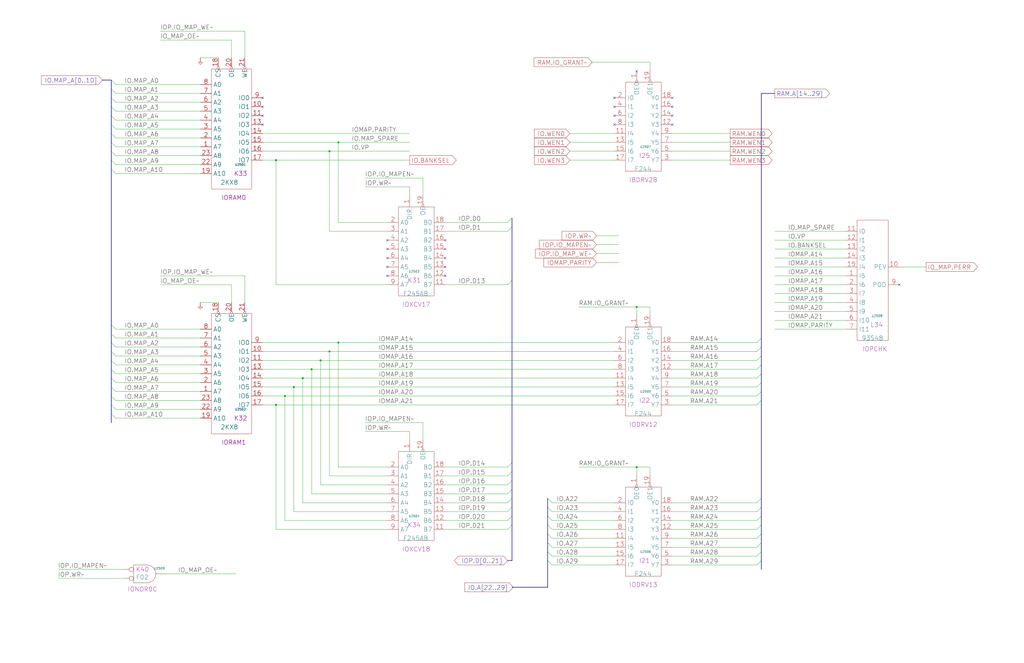
<source format=kicad_sch>
(kicad_sch (version 20211123) (generator eeschema)
  (paper "User" 584.2 378.46)
  (title_block (title "IO BUS\\nMAP") (date "22-SEP-90") (rev "2.0") (comment 1 "IOC") (comment 2 "232-003061") (comment 3 "S400") (comment 4 "RELEASED"))
  (lib_symbols
    (symbol "r1000:2KX8" (pin_names (offset 1.016))
      (property "Reference" "U" (at 2.54 5.08 0))
      (property "Value" "2KX8" (at -8.89 -5.08 0))
      (property "Location" "___" (at -1.27 0 0))
      (property "Name" "______" (at -1.27 -15.24 0))
      (symbol "2KX8_1_1"
        (rectangle (start -13.97 59.69) (end 8.89 -8.89))
        (circle (center -10.16 60.325) (radius 0.635))
        (circle (center -2.54 60.325) (radius 0.635))
        (circle (center 5.08 60.325) (radius 0.635))
        (pin input line (at -20.32 15.24 0) (length 6.35) (name "A7") (number "1"))
        (pin tri_state line (at 15.24 38.1 180) (length 6.35) (name "IO1") (number "10"))
        (pin tri_state line (at 15.24 33.02 180) (length 6.35) (name "IO2") (number "11"))
        (pin tri_state line (at 15.24 27.94 180) (length 6.35) (name "IO3") (number "13"))
        (pin tri_state line (at 15.24 22.86 180) (length 6.35) (name "IO4") (number "14"))
        (pin tri_state line (at 15.24 17.78 180) (length 6.35) (name "IO5") (number "15"))
        (pin tri_state line (at 15.24 12.7 180) (length 6.35) (name "IO6") (number "16"))
        (pin tri_state line (at 15.24 7.62 180) (length 6.35) (name "IO7") (number "17"))
        (pin input line (at -10.16 66.04 270) (length 5.08) (name "CS") (number "18"))
        (pin input line (at -20.32 0 0) (length 6.35) (name "A10") (number "19"))
        (pin input line (at -20.32 20.32 0) (length 6.35) (name "A6") (number "2"))
        (pin input line (at -2.54 66.04 270) (length 5.08) (name "OE") (number "20"))
        (pin input line (at 5.08 66.04 270) (length 5.08) (name "WE") (number "21"))
        (pin input line (at -20.32 5.08 0) (length 6.35) (name "A9") (number "22"))
        (pin input line (at -20.32 10.16 0) (length 6.35) (name "A8") (number "23"))
        (pin input line (at -20.32 25.4 0) (length 6.35) (name "A5") (number "3"))
        (pin input line (at -20.32 30.48 0) (length 6.35) (name "A4") (number "4"))
        (pin input line (at -20.32 35.56 0) (length 6.35) (name "A3") (number "5"))
        (pin input line (at -20.32 40.64 0) (length 6.35) (name "A2") (number "6"))
        (pin input line (at -20.32 45.72 0) (length 6.35) (name "A1") (number "7"))
        (pin input line (at -20.32 50.8 0) (length 6.35) (name "A0") (number "8"))
        (pin tri_state line (at 15.24 43.18 180) (length 6.35) (name "IO0") (number "9"))
      )
    )
    (symbol "r1000:93S48" (pin_names (offset 1.016))
      (property "Reference" "U" (at 2.54 5.08 0))
      (property "Value" "93S48" (at -6.35 -7.62 0))
      (property "Location" "___" (at -1.27 0 0))
      (property "Name" "______" (at 1.27 -15.24 0))
      (symbol "93S48_1_1"
        (rectangle (start -8.89 59.69) (end 8.89 -8.89))
        (pin input line (at -15.24 27.94 0) (length 6.35) (name "I5") (number "1"))
        (pin output line (at 15.24 33.02 180) (length 6.35) (name "PEV") (number "10"))
        (pin input line (at -15.24 53.34 0) (length 6.35) (name "I0") (number "11"))
        (pin input line (at -15.24 48.26 0) (length 6.35) (name "I1") (number "12"))
        (pin input line (at -15.24 43.18 0) (length 6.35) (name "I2") (number "13"))
        (pin input line (at -15.24 38.1 0) (length 6.35) (name "I3") (number "14"))
        (pin input line (at -15.24 33.02 0) (length 6.35) (name "I4") (number "15"))
        (pin input line (at -15.24 22.86 0) (length 6.35) (name "I6") (number "2"))
        (pin input line (at -15.24 17.78 0) (length 6.35) (name "I7") (number "3"))
        (pin input line (at -15.24 12.7 0) (length 6.35) (name "I8") (number "4"))
        (pin input line (at -15.24 7.62 0) (length 6.35) (name "I9") (number "5"))
        (pin input line (at -15.24 2.54 0) (length 6.35) (name "I10") (number "6"))
        (pin input line (at -15.24 -2.54 0) (length 6.35) (name "I11") (number "7"))
        (pin output line (at 15.24 22.86 180) (length 6.35) (name "POD") (number "9"))
      )
    )
    (symbol "r1000:F02" (pin_numbers hide) (pin_names hide)
      (property "Reference" "U" (at 12.16 0.635 0))
      (property "Value" "F02" (at -1.27 -4.445 0))
      (property "Location" "___" (at 2.54 0 0))
      (property "Name" "______" (at 2.54 -12.7 0))
      (symbol "F02_0_1"
        (arc (start -3.81 -7.62) (mid -2.9847 -2.54) (end -3.81 2.54) (stroke (width 0.1524)))
        (polyline (pts (xy -5.08 -5.08) (xy -3.175 -5.08)) (stroke (width 0.1524)))
        (polyline (pts (xy -5.08 0) (xy -3.175 0)) (stroke (width 0.1524)))
        (polyline (pts (xy -3.81 -7.62) (xy 2.54 -7.62)) (stroke (width 0.1524)))
        (polyline (pts (xy -3.81 2.54) (xy 2.54 2.54)) (stroke (width 0.1524)))
        (polyline (pts (xy 13.97 -2.54) (xy 12.7 -2.54)) (stroke (width 0.1524)))
        (arc (start 2.54 -7.62) (mid 6.9515 -5.9823) (end 10.16 -2.54) (stroke (width 0.1524)))
        (arc (start 10.16 -2.54) (mid 6.9478 0.8966) (end 2.54 2.54) (stroke (width 0.1524)))
        (circle (center 11.43 -2.54) (radius 1.27) (stroke (width 0.1524)))
      )
      (symbol "F02_0_2"
        (circle (center -3.81 -5.08) (radius 1.27) (stroke (width 0.1524)))
        (circle (center -3.81 0) (radius 1.27) (stroke (width 0.1524)))
        (polyline (pts (xy -2.54 -7.62) (xy 5.08 -7.62)) (stroke (width 0.1524)))
        (polyline (pts (xy -2.54 2.54) (xy -2.54 -7.62)) (stroke (width 0.1524)))
        (polyline (pts (xy -2.54 2.54) (xy 5.08 2.54)) (stroke (width 0.1524)))
        (polyline (pts (xy 11.43 -2.54) (xy 10.16 -2.54)) (stroke (width 0.1524)))
        (polyline (pts (xy 11.43 -2.54) (xy 12.7 -2.54)) (stroke (width 0.1524)))
        (arc (start 5.08 -7.62) (mid 10.1282 -2.54) (end 5.08 2.54) (stroke (width 0.1524)))
      )
      (symbol "F02_1_1"
        (pin input line (at -7.62 0 0) (length 2.54) (name "D0") (number "1"))
        (pin input line (at -7.62 -5.08 0) (length 2.54) (name "D1") (number "2"))
        (pin output line (at 15.24 -2.54 180) (length 1.27) (name "Q") (number "3"))
      )
      (symbol "F02_1_2"
        (pin input line (at -7.62 0 0) (length 2.54) (name "D0") (number "1"))
        (pin input line (at -7.62 -5.08 0) (length 2.54) (name "D1") (number "2"))
        (pin output line (at 15.24 -2.54 180) (length 2.54) (name "Q") (number "3"))
      )
    )
    (symbol "r1000:F244" (pin_names (offset 1.016))
      (property "Reference" "U" (at 2.54 5.08 0))
      (property "Value" "F244" (at -3.81 -7.62 0))
      (property "Location" "___" (at -1.27 0 0))
      (property "Name" "______" (at 1.27 -15.24 0))
      (symbol "F244_1_1"
        (rectangle (start -8.89 41.91) (end 11.43 -8.89))
        (circle (center -2.54 42.545) (radius 0.635))
        (circle (center 5.08 42.545) (radius 0.635))
        (pin input line (at -2.54 48.26 270) (length 5.08) (name "OE0") (number "1"))
        (pin input line (at -15.24 12.7 0) (length 6.35) (name "I4") (number "11"))
        (pin tri_state line (at 17.78 17.78 180) (length 6.35) (name "Y3") (number "12"))
        (pin input line (at -15.24 7.62 0) (length 6.35) (name "I5") (number "13"))
        (pin tri_state line (at 17.78 22.86 180) (length 6.35) (name "Y2") (number "14"))
        (pin input line (at -15.24 2.54 0) (length 6.35) (name "I6") (number "15"))
        (pin tri_state line (at 17.78 27.94 180) (length 6.35) (name "Y1") (number "16"))
        (pin input line (at -15.24 -2.54 0) (length 6.35) (name "I7") (number "17"))
        (pin tri_state line (at 17.78 33.02 180) (length 6.35) (name "Y0") (number "18"))
        (pin input line (at 5.08 48.26 270) (length 5.08) (name "OE1") (number "19"))
        (pin input line (at -15.24 33.02 0) (length 6.35) (name "I0") (number "2"))
        (pin tri_state line (at 17.78 -2.54 180) (length 6.35) (name "Y7") (number "3"))
        (pin input line (at -15.24 27.94 0) (length 6.35) (name "I1") (number "4"))
        (pin tri_state line (at 17.78 2.54 180) (length 6.35) (name "Y6") (number "5"))
        (pin input line (at -15.24 22.86 0) (length 6.35) (name "I2") (number "6"))
        (pin tri_state line (at 17.78 7.62 180) (length 6.35) (name "Y5") (number "7"))
        (pin input line (at -15.24 17.78 0) (length 6.35) (name "I3") (number "8"))
        (pin tri_state line (at 17.78 12.7 180) (length 6.35) (name "Y4") (number "9"))
      )
    )
    (symbol "r1000:F245AB" (pin_names (offset 1.016))
      (property "Reference" "U" (at 2.54 5.08 0))
      (property "Value" "F245AB" (at -3.81 -7.62 0))
      (property "Location" "___" (at -1.27 0 0))
      (property "Name" "______" (at 3.81 -15.24 0))
      (symbol "F245AB_1_1"
        (rectangle (start -6.35 41.91) (end 13.97 -8.89))
        (circle (center 7.62 42.545) (radius 0.635))
        (pin input line (at 0 48.26 270) (length 6.35) (name "DIR") (number "1"))
        (pin tri_state line (at 20.32 -2.54 180) (length 6.35) (name "B7") (number "11"))
        (pin tri_state line (at 20.32 2.54 180) (length 6.35) (name "B6") (number "12"))
        (pin tri_state line (at 20.32 7.62 180) (length 6.35) (name "B5") (number "13"))
        (pin tri_state line (at 20.32 12.7 180) (length 6.35) (name "B4") (number "14"))
        (pin tri_state line (at 20.32 17.78 180) (length 6.35) (name "B3") (number "15"))
        (pin tri_state line (at 20.32 22.86 180) (length 6.35) (name "B2") (number "16"))
        (pin tri_state line (at 20.32 27.94 180) (length 6.35) (name "B1") (number "17"))
        (pin tri_state line (at 20.32 33.02 180) (length 6.35) (name "B0") (number "18"))
        (pin input line (at 7.62 48.26 270) (length 5.08) (name "OE") (number "19"))
        (pin tri_state line (at -12.7 33.02 0) (length 6.35) (name "A0") (number "2"))
        (pin tri_state line (at -12.7 27.94 0) (length 6.35) (name "A1") (number "3"))
        (pin tri_state line (at -12.7 22.86 0) (length 6.35) (name "A2") (number "4"))
        (pin tri_state line (at -12.7 17.78 0) (length 6.35) (name "A3") (number "5"))
        (pin tri_state line (at -12.7 12.7 0) (length 6.35) (name "A4") (number "6"))
        (pin tri_state line (at -12.7 7.62 0) (length 6.35) (name "A5") (number "7"))
        (pin tri_state line (at -12.7 2.54 0) (length 6.35) (name "A6") (number "8"))
        (pin tri_state line (at -12.7 -2.54 0) (length 6.35) (name "A7") (number "9"))
      )
    )
    (symbol "r1000:PD" (power) (pin_numbers hide) (pin_names hide) (in_bom no)
      (symbol "PD_0_1"
        (polyline (pts (xy 0 -2.54) (xy 1.27 -2.54) (xy 0 -3.81) (xy -1.27 -2.54) (xy 0 -2.54)) (stroke (width 0.1524)))
      )
      (symbol "PD_1_1"
        (pin power_in line (at 0 0 270) (length 2.54) (name "PD") (number "1"))
      )
    )
  )
  (bus (pts (xy 289.56 320.04) (xy 292.1 320.04)))
  (bus (pts (xy 292.1 124.46) (xy 292.1 129.54)))
  (bus (pts (xy 292.1 129.54) (xy 292.1 160.02)))
  (bus (pts (xy 292.1 160.02) (xy 292.1 264.16)))
  (bus (pts (xy 292.1 264.16) (xy 292.1 269.24)))
  (bus (pts (xy 292.1 269.24) (xy 292.1 274.32)))
  (bus (pts (xy 292.1 274.32) (xy 292.1 279.4)))
  (bus (pts (xy 292.1 279.4) (xy 292.1 284.48)))
  (bus (pts (xy 292.1 284.48) (xy 292.1 289.56)))
  (bus (pts (xy 292.1 289.56) (xy 292.1 294.64)))
  (bus (pts (xy 292.1 294.64) (xy 292.1 299.72)))
  (bus (pts (xy 292.1 299.72) (xy 292.1 320.04)))
  (bus (pts (xy 292.1 335.28) (xy 312.42 335.28)))
  (bus (pts (xy 312.42 284.48) (xy 312.42 289.56)))
  (bus (pts (xy 312.42 289.56) (xy 312.42 294.64)))
  (bus (pts (xy 312.42 294.64) (xy 312.42 299.72)))
  (bus (pts (xy 312.42 299.72) (xy 312.42 304.8)))
  (bus (pts (xy 312.42 304.8) (xy 312.42 309.88)))
  (bus (pts (xy 312.42 309.88) (xy 312.42 314.96)))
  (bus (pts (xy 312.42 314.96) (xy 312.42 320.04)))
  (bus (pts (xy 312.42 320.04) (xy 312.42 335.28)))
  (bus (pts (xy 434.34 193.04) (xy 434.34 198.12)))
  (bus (pts (xy 434.34 198.12) (xy 434.34 203.2)))
  (bus (pts (xy 434.34 203.2) (xy 434.34 208.28)))
  (bus (pts (xy 434.34 208.28) (xy 434.34 213.36)))
  (bus (pts (xy 434.34 213.36) (xy 434.34 218.44)))
  (bus (pts (xy 434.34 218.44) (xy 434.34 223.52)))
  (bus (pts (xy 434.34 223.52) (xy 434.34 228.6)))
  (bus (pts (xy 434.34 228.6) (xy 434.34 284.48)))
  (bus (pts (xy 434.34 284.48) (xy 434.34 289.56)))
  (bus (pts (xy 434.34 289.56) (xy 434.34 294.64)))
  (bus (pts (xy 434.34 294.64) (xy 434.34 299.72)))
  (bus (pts (xy 434.34 299.72) (xy 434.34 304.8)))
  (bus (pts (xy 434.34 304.8) (xy 434.34 309.88)))
  (bus (pts (xy 434.34 309.88) (xy 434.34 314.96)))
  (bus (pts (xy 434.34 314.96) (xy 434.34 320.04)))
  (bus (pts (xy 434.34 320.04) (xy 434.34 325.12)))
  (bus (pts (xy 434.34 53.34) (xy 434.34 193.04)))
  (bus (pts (xy 434.34 53.34) (xy 441.96 53.34)))
  (bus (pts (xy 58.42 45.72) (xy 63.5 45.72)))
  (bus (pts (xy 63.5 185.42) (xy 63.5 190.5)))
  (bus (pts (xy 63.5 190.5) (xy 63.5 195.58)))
  (bus (pts (xy 63.5 195.58) (xy 63.5 200.66)))
  (bus (pts (xy 63.5 200.66) (xy 63.5 205.74)))
  (bus (pts (xy 63.5 205.74) (xy 63.5 210.82)))
  (bus (pts (xy 63.5 210.82) (xy 63.5 215.9)))
  (bus (pts (xy 63.5 215.9) (xy 63.5 220.98)))
  (bus (pts (xy 63.5 220.98) (xy 63.5 226.06)))
  (bus (pts (xy 63.5 226.06) (xy 63.5 231.14)))
  (bus (pts (xy 63.5 231.14) (xy 63.5 236.22)))
  (bus (pts (xy 63.5 236.22) (xy 63.5 241.3)))
  (bus (pts (xy 63.5 45.72) (xy 63.5 50.8)))
  (bus (pts (xy 63.5 50.8) (xy 63.5 55.88)))
  (bus (pts (xy 63.5 55.88) (xy 63.5 60.96)))
  (bus (pts (xy 63.5 60.96) (xy 63.5 66.04)))
  (bus (pts (xy 63.5 66.04) (xy 63.5 71.12)))
  (bus (pts (xy 63.5 71.12) (xy 63.5 76.2)))
  (bus (pts (xy 63.5 76.2) (xy 63.5 81.28)))
  (bus (pts (xy 63.5 81.28) (xy 63.5 86.36)))
  (bus (pts (xy 63.5 86.36) (xy 63.5 91.44)))
  (bus (pts (xy 63.5 91.44) (xy 63.5 96.52)))
  (bus (pts (xy 63.5 96.52) (xy 63.5 185.42)))
  (wire (pts (xy 114.3 172.72) (xy 124.46 172.72)))
  (wire (pts (xy 114.3 33.02) (xy 124.46 33.02)))
  (wire (pts (xy 132.08 162.56) (xy 132.08 172.72)))
  (wire (pts (xy 132.08 22.86) (xy 132.08 33.02)))
  (wire (pts (xy 139.7 157.48) (xy 139.7 172.72)))
  (wire (pts (xy 139.7 17.78) (xy 139.7 33.02)))
  (wire (pts (xy 149.86 195.58) (xy 193.04 195.58)))
  (wire (pts (xy 149.86 200.66) (xy 187.96 200.66)))
  (wire (pts (xy 149.86 205.74) (xy 182.88 205.74)))
  (wire (pts (xy 149.86 210.82) (xy 177.8 210.82)))
  (wire (pts (xy 149.86 215.9) (xy 172.72 215.9)))
  (wire (pts (xy 149.86 220.98) (xy 167.64 220.98)))
  (wire (pts (xy 149.86 226.06) (xy 162.56 226.06)))
  (wire (pts (xy 149.86 231.14) (xy 157.48 231.14)))
  (wire (pts (xy 149.86 76.2) (xy 233.68 76.2)))
  (wire (pts (xy 149.86 81.28) (xy 193.04 81.28)))
  (wire (pts (xy 149.86 86.36) (xy 187.96 86.36)))
  (wire (pts (xy 149.86 91.44) (xy 157.48 91.44)))
  (wire (pts (xy 157.48 162.56) (xy 157.48 91.44)))
  (wire (pts (xy 157.48 231.14) (xy 350.52 231.14)))
  (wire (pts (xy 157.48 302.26) (xy 157.48 231.14)))
  (wire (pts (xy 157.48 91.44) (xy 233.68 91.44)))
  (wire (pts (xy 162.56 226.06) (xy 162.56 297.18)))
  (wire (pts (xy 162.56 226.06) (xy 350.52 226.06)))
  (wire (pts (xy 162.56 297.18) (xy 220.98 297.18)))
  (wire (pts (xy 167.64 220.98) (xy 350.52 220.98)))
  (wire (pts (xy 167.64 292.1) (xy 167.64 220.98)))
  (wire (pts (xy 172.72 215.9) (xy 172.72 287.02)))
  (wire (pts (xy 172.72 215.9) (xy 350.52 215.9)))
  (wire (pts (xy 172.72 287.02) (xy 220.98 287.02)))
  (wire (pts (xy 177.8 210.82) (xy 350.52 210.82)))
  (wire (pts (xy 177.8 281.94) (xy 177.8 210.82)))
  (wire (pts (xy 182.88 205.74) (xy 182.88 276.86)))
  (wire (pts (xy 182.88 205.74) (xy 350.52 205.74)))
  (wire (pts (xy 182.88 276.86) (xy 220.98 276.86)))
  (wire (pts (xy 187.96 132.08) (xy 220.98 132.08)))
  (wire (pts (xy 187.96 200.66) (xy 350.52 200.66)))
  (wire (pts (xy 187.96 271.78) (xy 187.96 200.66)))
  (wire (pts (xy 187.96 86.36) (xy 187.96 132.08)))
  (wire (pts (xy 187.96 86.36) (xy 233.68 86.36)))
  (wire (pts (xy 193.04 127) (xy 193.04 81.28)))
  (wire (pts (xy 193.04 195.58) (xy 193.04 266.7)))
  (wire (pts (xy 193.04 195.58) (xy 350.52 195.58)))
  (wire (pts (xy 193.04 266.7) (xy 220.98 266.7)))
  (wire (pts (xy 193.04 81.28) (xy 233.68 81.28)))
  (wire (pts (xy 208.28 101.6) (xy 241.3 101.6)))
  (wire (pts (xy 208.28 106.68) (xy 233.68 106.68)))
  (wire (pts (xy 208.28 241.3) (xy 241.3 241.3)))
  (wire (pts (xy 208.28 246.38) (xy 233.68 246.38)))
  (wire (pts (xy 220.98 127) (xy 193.04 127)))
  (wire (pts (xy 220.98 162.56) (xy 157.48 162.56)))
  (wire (pts (xy 220.98 271.78) (xy 187.96 271.78)))
  (wire (pts (xy 220.98 281.94) (xy 177.8 281.94)))
  (wire (pts (xy 220.98 292.1) (xy 167.64 292.1)))
  (wire (pts (xy 220.98 302.26) (xy 157.48 302.26)))
  (wire (pts (xy 233.68 106.68) (xy 233.68 111.76)))
  (wire (pts (xy 233.68 246.38) (xy 233.68 251.46)))
  (wire (pts (xy 241.3 101.6) (xy 241.3 111.76)))
  (wire (pts (xy 241.3 241.3) (xy 241.3 251.46)))
  (wire (pts (xy 254 127) (xy 289.56 127)))
  (wire (pts (xy 254 132.08) (xy 289.56 132.08)))
  (wire (pts (xy 254 162.56) (xy 289.56 162.56)))
  (wire (pts (xy 254 266.7) (xy 289.56 266.7)))
  (wire (pts (xy 254 271.78) (xy 289.56 271.78)))
  (wire (pts (xy 254 276.86) (xy 289.56 276.86)))
  (wire (pts (xy 254 281.94) (xy 289.56 281.94)))
  (wire (pts (xy 254 287.02) (xy 289.56 287.02)))
  (wire (pts (xy 254 292.1) (xy 289.56 292.1)))
  (wire (pts (xy 254 297.18) (xy 289.56 297.18)))
  (wire (pts (xy 254 302.26) (xy 289.56 302.26)))
  (wire (pts (xy 314.96 287.02) (xy 350.52 287.02)))
  (wire (pts (xy 314.96 292.1) (xy 350.52 292.1)))
  (wire (pts (xy 314.96 297.18) (xy 350.52 297.18)))
  (wire (pts (xy 314.96 302.26) (xy 350.52 302.26)))
  (wire (pts (xy 314.96 307.34) (xy 350.52 307.34)))
  (wire (pts (xy 314.96 312.42) (xy 350.52 312.42)))
  (wire (pts (xy 314.96 317.5) (xy 350.52 317.5)))
  (wire (pts (xy 314.96 322.58) (xy 350.52 322.58)))
  (wire (pts (xy 325.12 76.2) (xy 350.52 76.2)))
  (wire (pts (xy 325.12 81.28) (xy 350.52 81.28)))
  (wire (pts (xy 325.12 86.36) (xy 350.52 86.36)))
  (wire (pts (xy 325.12 91.44) (xy 350.52 91.44)))
  (wire (pts (xy 33.02 325.12) (xy 71.12 325.12)))
  (wire (pts (xy 33.02 330.2) (xy 71.12 330.2)))
  (wire (pts (xy 330.2 175.26) (xy 363.22 175.26)))
  (wire (pts (xy 330.2 266.7) (xy 363.22 266.7)))
  (wire (pts (xy 337.82 35.56) (xy 370.84 35.56)))
  (wire (pts (xy 340.36 134.62) (xy 353.06 134.62)))
  (wire (pts (xy 340.36 139.7) (xy 353.06 139.7)))
  (wire (pts (xy 340.36 144.78) (xy 353.06 144.78)))
  (wire (pts (xy 340.36 149.86) (xy 353.06 149.86)))
  (wire (pts (xy 363.22 175.26) (xy 363.22 180.34)))
  (wire (pts (xy 363.22 175.26) (xy 370.84 175.26)))
  (wire (pts (xy 363.22 266.7) (xy 363.22 271.78)))
  (wire (pts (xy 363.22 266.7) (xy 370.84 266.7)))
  (wire (pts (xy 370.84 175.26) (xy 370.84 180.34)))
  (wire (pts (xy 370.84 266.7) (xy 370.84 271.78)))
  (wire (pts (xy 370.84 35.56) (xy 370.84 40.64)))
  (wire (pts (xy 383.54 195.58) (xy 431.8 195.58)))
  (wire (pts (xy 383.54 200.66) (xy 431.8 200.66)))
  (wire (pts (xy 383.54 205.74) (xy 431.8 205.74)))
  (wire (pts (xy 383.54 210.82) (xy 431.8 210.82)))
  (wire (pts (xy 383.54 215.9) (xy 431.8 215.9)))
  (wire (pts (xy 383.54 220.98) (xy 431.8 220.98)))
  (wire (pts (xy 383.54 226.06) (xy 431.8 226.06)))
  (wire (pts (xy 383.54 231.14) (xy 431.8 231.14)))
  (wire (pts (xy 383.54 287.02) (xy 431.8 287.02)))
  (wire (pts (xy 383.54 292.1) (xy 431.8 292.1)))
  (wire (pts (xy 383.54 297.18) (xy 431.8 297.18)))
  (wire (pts (xy 383.54 302.26) (xy 431.8 302.26)))
  (wire (pts (xy 383.54 307.34) (xy 431.8 307.34)))
  (wire (pts (xy 383.54 312.42) (xy 431.8 312.42)))
  (wire (pts (xy 383.54 317.5) (xy 431.8 317.5)))
  (wire (pts (xy 383.54 322.58) (xy 431.8 322.58)))
  (wire (pts (xy 383.54 76.2) (xy 416.56 76.2)))
  (wire (pts (xy 383.54 81.28) (xy 416.56 81.28)))
  (wire (pts (xy 383.54 86.36) (xy 416.56 86.36)))
  (wire (pts (xy 383.54 91.44) (xy 416.56 91.44)))
  (wire (pts (xy 441.96 132.08) (xy 482.6 132.08)))
  (wire (pts (xy 441.96 137.16) (xy 482.6 137.16)))
  (wire (pts (xy 441.96 142.24) (xy 482.6 142.24)))
  (wire (pts (xy 441.96 147.32) (xy 482.6 147.32)))
  (wire (pts (xy 441.96 152.4) (xy 482.6 152.4)))
  (wire (pts (xy 441.96 157.48) (xy 482.6 157.48)))
  (wire (pts (xy 441.96 162.56) (xy 482.6 162.56)))
  (wire (pts (xy 441.96 167.64) (xy 482.6 167.64)))
  (wire (pts (xy 441.96 172.72) (xy 482.6 172.72)))
  (wire (pts (xy 441.96 177.8) (xy 482.6 177.8)))
  (wire (pts (xy 441.96 182.88) (xy 482.6 182.88)))
  (wire (pts (xy 441.96 187.96) (xy 482.6 187.96)))
  (wire (pts (xy 513.08 152.4) (xy 528.32 152.4)))
  (wire (pts (xy 66.04 187.96) (xy 114.3 187.96)))
  (wire (pts (xy 66.04 193.04) (xy 114.3 193.04)))
  (wire (pts (xy 66.04 198.12) (xy 114.3 198.12)))
  (wire (pts (xy 66.04 203.2) (xy 114.3 203.2)))
  (wire (pts (xy 66.04 208.28) (xy 114.3 208.28)))
  (wire (pts (xy 66.04 213.36) (xy 114.3 213.36)))
  (wire (pts (xy 66.04 218.44) (xy 114.3 218.44)))
  (wire (pts (xy 66.04 223.52) (xy 114.3 223.52)))
  (wire (pts (xy 66.04 228.6) (xy 114.3 228.6)))
  (wire (pts (xy 66.04 233.68) (xy 114.3 233.68)))
  (wire (pts (xy 66.04 238.76) (xy 114.3 238.76)))
  (wire (pts (xy 66.04 48.26) (xy 114.3 48.26)))
  (wire (pts (xy 66.04 53.34) (xy 114.3 53.34)))
  (wire (pts (xy 66.04 58.42) (xy 114.3 58.42)))
  (wire (pts (xy 66.04 63.5) (xy 114.3 63.5)))
  (wire (pts (xy 66.04 68.58) (xy 114.3 68.58)))
  (wire (pts (xy 66.04 73.66) (xy 114.3 73.66)))
  (wire (pts (xy 66.04 78.74) (xy 114.3 78.74)))
  (wire (pts (xy 66.04 83.82) (xy 114.3 83.82)))
  (wire (pts (xy 66.04 88.9) (xy 114.3 88.9)))
  (wire (pts (xy 66.04 93.98) (xy 114.3 93.98)))
  (wire (pts (xy 66.04 99.06) (xy 114.3 99.06)))
  (wire (pts (xy 91.44 157.48) (xy 139.7 157.48)))
  (wire (pts (xy 91.44 162.56) (xy 132.08 162.56)))
  (wire (pts (xy 91.44 17.78) (xy 139.7 17.78)))
  (wire (pts (xy 91.44 22.86) (xy 132.08 22.86)))
  (wire (pts (xy 93.98 327.66) (xy 134.62 327.66)))
  (label "IOP.IO_MAPEN~" (at 33.02 325.12 0) (effects (font (size 2.54 2.54))))
  (label "IOP.WR~" (at 33.02 330.2 0) (effects (font (size 2.54 2.54))))
  (global_label "IO.MAP_A[0..10]" (shape input) (at 58.42 45.72 180) (effects (font (size 2.54 2.54))) (property "Intersheet References" "${INTERSHEET_REFS}" (at 23.3378 45.5613 0) (effects (font (size 2.54 2.54)) (justify right))))
  (bus_entry (at 63.5 45.72) (size 2.54 2.54))
  (bus_entry (at 63.5 50.8) (size 2.54 2.54))
  (bus_entry (at 63.5 55.88) (size 2.54 2.54))
  (bus_entry (at 63.5 60.96) (size 2.54 2.54))
  (bus_entry (at 63.5 66.04) (size 2.54 2.54))
  (bus_entry (at 63.5 71.12) (size 2.54 2.54))
  (bus_entry (at 63.5 76.2) (size 2.54 2.54))
  (bus_entry (at 63.5 81.28) (size 2.54 2.54))
  (bus_entry (at 63.5 86.36) (size 2.54 2.54))
  (bus_entry (at 63.5 91.44) (size 2.54 2.54))
  (bus_entry (at 63.5 96.52) (size 2.54 2.54))
  (bus_entry (at 63.5 185.42) (size 2.54 2.54))
  (bus_entry (at 63.5 190.5) (size 2.54 2.54))
  (bus_entry (at 63.5 195.58) (size 2.54 2.54))
  (bus_entry (at 63.5 200.66) (size 2.54 2.54))
  (bus_entry (at 63.5 205.74) (size 2.54 2.54))
  (bus_entry (at 63.5 210.82) (size 2.54 2.54))
  (bus_entry (at 63.5 215.9) (size 2.54 2.54))
  (bus_entry (at 63.5 220.98) (size 2.54 2.54))
  (bus_entry (at 63.5 226.06) (size 2.54 2.54))
  (bus_entry (at 63.5 231.14) (size 2.54 2.54))
  (bus_entry (at 63.5 236.22) (size 2.54 2.54))
  (label "IO.MAP_A0" (at 71.12 48.26 0) (effects (font (size 2.54 2.54))))
  (label "IO.MAP_A1" (at 71.12 53.34 0) (effects (font (size 2.54 2.54))))
  (label "IO.MAP_A2" (at 71.12 58.42 0) (effects (font (size 2.54 2.54))))
  (label "IO.MAP_A3" (at 71.12 63.5 0) (effects (font (size 2.54 2.54))))
  (label "IO.MAP_A4" (at 71.12 68.58 0) (effects (font (size 2.54 2.54))))
  (label "IO.MAP_A5" (at 71.12 73.66 0) (effects (font (size 2.54 2.54))))
  (label "IO.MAP_A6" (at 71.12 78.74 0) (effects (font (size 2.54 2.54))))
  (label "IO.MAP_A7" (at 71.12 83.82 0) (effects (font (size 2.54 2.54))))
  (label "IO.MAP_A8" (at 71.12 88.9 0) (effects (font (size 2.54 2.54))))
  (label "IO.MAP_A9" (at 71.12 93.98 0) (effects (font (size 2.54 2.54))))
  (label "IO.MAP_A10" (at 71.12 99.06 0) (effects (font (size 2.54 2.54))))
  (label "IO.MAP_A0" (at 71.12 187.96 0) (effects (font (size 2.54 2.54))))
  (label "IO.MAP_A1" (at 71.12 193.04 0) (effects (font (size 2.54 2.54))))
  (label "IO.MAP_A2" (at 71.12 198.12 0) (effects (font (size 2.54 2.54))))
  (label "IO.MAP_A3" (at 71.12 203.2 0) (effects (font (size 2.54 2.54))))
  (label "IO.MAP_A4" (at 71.12 208.28 0) (effects (font (size 2.54 2.54))))
  (label "IO.MAP_A5" (at 71.12 213.36 0) (effects (font (size 2.54 2.54))))
  (label "IO.MAP_A6" (at 71.12 218.44 0) (effects (font (size 2.54 2.54))))
  (label "IO.MAP_A7" (at 71.12 223.52 0) (effects (font (size 2.54 2.54))))
  (label "IO.MAP_A8" (at 71.12 228.6 0) (effects (font (size 2.54 2.54))))
  (label "IO.MAP_A9" (at 71.12 233.68 0) (effects (font (size 2.54 2.54))))
  (label "IO.MAP_A10" (at 71.12 238.76 0) (effects (font (size 2.54 2.54))))
  (symbol (lib_id "r1000:F02") (at 78.74 325.12 0) (unit 1) (convert 2)
    (property "Reference" "U2509" (at 90.9 324.485 0))
    (property "Value" "F02" (at 77.47 329.565 0) (effects (font (size 2.54 2.54)) (justify left)))
    (property "Location" "K40" (at 81.28 325.12 0) (effects (font (size 2.54 2.54))))
    (property "Name" "IONOR0C" (at 81.28 337.82 0) (effects (font (size 2.54 2.54)) (justify bottom)))
  )
  (label "IOP.IO_MAP_WE~" (at 91.44 17.78 0) (effects (font (size 2.54 2.54))))
  (label "IO_MAP_OE~" (at 91.44 22.86 0) (effects (font (size 2.54 2.54))))
  (label "IOP.IO_MAP_WE~" (at 91.44 157.48 0) (effects (font (size 2.54 2.54))))
  (label "IO_MAP_OE~" (at 91.44 162.56 0) (effects (font (size 2.54 2.54))))
  (label "IO_MAP_OE~" (at 101.6 327.66 0) (effects (font (size 2.54 2.54))))
  (symbol (lib_id "r1000:PD") (at 114.3 33.02 0) (unit 1) (in_bom no)
    (property "Reference" "#PWR02501" (effects hide))
    (property "Value" "PD" (effects hide))
  )
  (symbol (lib_id "r1000:PD") (at 114.3 172.72 0) (unit 1) (in_bom no)
    (property "Reference" "#PWR02502" (effects hide))
    (property "Value" "PD" (effects hide))
  )
  (symbol (lib_id "r1000:2KX8") (at 134.62 99.06 0) (unit 1)
    (property "Reference" "U2501" (at 137.16 93.98 0))
    (property "Value" "2KX8" (at 125.73 104.14 0) (effects (font (size 2.54 2.54)) (justify left)))
    (property "Location" "K33" (at 133.35 99.06 0) (effects (font (size 2.54 2.54)) (justify left)))
    (property "Name" "IORAM0" (at 133.35 114.3 0) (effects (font (size 2.54 2.54)) (justify bottom)))
  )
  (symbol (lib_id "r1000:2KX8") (at 134.62 238.76 0) (unit 1)
    (property "Reference" "U2502" (at 137.16 233.68 0))
    (property "Value" "2KX8" (at 125.73 243.84 0) (effects (font (size 2.54 2.54)) (justify left)))
    (property "Location" "K32" (at 133.35 238.76 0) (effects (font (size 2.54 2.54)) (justify left)))
    (property "Name" "IORAM1" (at 133.35 254 0) (effects (font (size 2.54 2.54)) (justify bottom)))
  )
  (no_connect (at 149.86 55.88))
  (no_connect (at 149.86 60.96))
  (no_connect (at 149.86 66.04))
  (no_connect (at 149.86 71.12))
  (junction (at 157.48 91.44))
  (junction (at 157.48 231.14))
  (junction (at 162.56 226.06))
  (junction (at 167.64 220.98))
  (junction (at 172.72 215.9))
  (junction (at 177.8 210.82))
  (junction (at 182.88 205.74))
  (junction (at 187.96 86.36))
  (junction (at 187.96 200.66))
  (junction (at 193.04 81.28))
  (junction (at 193.04 195.58))
  (label "IOMAP.PARITY" (at 200.66 76.2 0) (effects (font (size 2.54 2.54))))
  (label "IO.MAP_SPARE" (at 200.66 81.28 0) (effects (font (size 2.54 2.54))))
  (label "IO.VP" (at 200.66 86.36 0) (effects (font (size 2.54 2.54))))
  (label "IOP.IO_MAPEN~" (at 208.28 101.6 0) (effects (font (size 2.54 2.54))))
  (label "IOP.WR~" (at 208.28 106.68 0) (effects (font (size 2.54 2.54))))
  (label "IOP.IO_MAPEN~" (at 208.28 241.3 0) (effects (font (size 2.54 2.54))))
  (label "IOP.WR~" (at 208.28 246.38 0) (effects (font (size 2.54 2.54))))
  (label "IOMAP.A14" (at 215.9 195.58 0) (effects (font (size 2.54 2.54))))
  (label "IOMAP.A15" (at 215.9 200.66 0) (effects (font (size 2.54 2.54))))
  (label "IOMAP.A16" (at 215.9 205.74 0) (effects (font (size 2.54 2.54))))
  (label "IOMAP.A17" (at 215.9 210.82 0) (effects (font (size 2.54 2.54))))
  (label "IOMAP.A18" (at 215.9 215.9 0) (effects (font (size 2.54 2.54))))
  (label "IOMAP.A19" (at 215.9 220.98 0) (effects (font (size 2.54 2.54))))
  (label "IOMAP.A20" (at 215.9 226.06 0) (effects (font (size 2.54 2.54))))
  (label "IOMAP.A21" (at 215.9 231.14 0) (effects (font (size 2.54 2.54))))
  (no_connect (at 220.98 137.16))
  (no_connect (at 220.98 142.24))
  (no_connect (at 220.98 147.32))
  (no_connect (at 220.98 152.4))
  (no_connect (at 220.98 157.48))
  (global_label "IO.BANKSEL" (shape output) (at 233.68 91.44 0) (effects (font (size 2.54 2.54))) (property "Intersheet References" "${INTERSHEET_REFS}" (at 260.6584 91.2813 0) (effects (font (size 2.54 2.54)) (justify left))))
  (symbol (lib_id "r1000:F245AB") (at 233.68 160.02 0) (unit 1)
    (property "Reference" "U2503" (at 236.22 154.94 0))
    (property "Value" "F245AB" (at 229.87 167.64 0) (effects (font (size 2.54 2.54)) (justify left)))
    (property "Location" "K31" (at 232.41 160.02 0) (effects (font (size 2.54 2.54)) (justify left)))
    (property "Name" "IOXCV17" (at 237.49 175.26 0) (effects (font (size 2.54 2.54)) (justify bottom)))
  )
  (symbol (lib_id "r1000:F245AB") (at 233.68 299.72 0) (unit 1)
    (property "Reference" "U2504" (at 236.22 294.64 0))
    (property "Value" "F245AB" (at 229.87 307.34 0) (effects (font (size 2.54 2.54)) (justify left)))
    (property "Location" "K34" (at 232.41 299.72 0) (effects (font (size 2.54 2.54)) (justify left)))
    (property "Name" "IOXCV18" (at 237.49 314.96 0) (effects (font (size 2.54 2.54)) (justify bottom)))
  )
  (no_connect (at 254 137.16))
  (no_connect (at 254 142.24))
  (no_connect (at 254 147.32))
  (no_connect (at 254 152.4))
  (no_connect (at 254 157.48))
  (label "IOP.D0" (at 261.62 127 0) (effects (font (size 2.54 2.54))))
  (label "IOP.D1" (at 261.62 132.08 0) (effects (font (size 2.54 2.54))))
  (label "IOP.D13" (at 261.62 162.56 0) (effects (font (size 2.54 2.54))))
  (label "IOP.D14" (at 261.62 266.7 0) (effects (font (size 2.54 2.54))))
  (label "IOP.D15" (at 261.62 271.78 0) (effects (font (size 2.54 2.54))))
  (label "IOP.D16" (at 261.62 276.86 0) (effects (font (size 2.54 2.54))))
  (label "IOP.D17" (at 261.62 281.94 0) (effects (font (size 2.54 2.54))))
  (label "IOP.D18" (at 261.62 287.02 0) (effects (font (size 2.54 2.54))))
  (label "IOP.D19" (at 261.62 292.1 0) (effects (font (size 2.54 2.54))))
  (label "IOP.D20" (at 261.62 297.18 0) (effects (font (size 2.54 2.54))))
  (label "IOP.D21" (at 261.62 302.26 0) (effects (font (size 2.54 2.54))))
  (global_label "IOP.D[0..21]" (shape bidirectional) (at 289.56 320.04 180) (effects (font (size 2.54 2.54))) (property "Intersheet References" "${INTERSHEET_REFS}" (at 261.1301 319.8813 0) (effects (font (size 2.54 2.54)) (justify right))))
  (bus_entry (at 292.1 124.46) (size -2.54 2.54))
  (bus_entry (at 292.1 129.54) (size -2.54 2.54))
  (bus_entry (at 292.1 160.02) (size -2.54 2.54))
  (bus_entry (at 292.1 264.16) (size -2.54 2.54))
  (bus_entry (at 292.1 269.24) (size -2.54 2.54))
  (bus_entry (at 292.1 274.32) (size -2.54 2.54))
  (bus_entry (at 292.1 279.4) (size -2.54 2.54))
  (bus_entry (at 292.1 284.48) (size -2.54 2.54))
  (bus_entry (at 292.1 289.56) (size -2.54 2.54))
  (bus_entry (at 292.1 294.64) (size -2.54 2.54))
  (bus_entry (at 292.1 299.72) (size -2.54 2.54))
  (global_label "IO.A[22..29]" (shape input) (at 292.7346 335.28 180) (effects (font (size 2.54 2.54))) (property "Intersheet References" "${INTERSHEET_REFS}" (at 264.7886 335.1213 0) (effects (font (size 2.54 2.54)) (justify right))))
  (bus_entry (at 312.42 284.48) (size 2.54 2.54))
  (bus_entry (at 312.42 289.56) (size 2.54 2.54))
  (bus_entry (at 312.42 294.64) (size 2.54 2.54))
  (bus_entry (at 312.42 299.72) (size 2.54 2.54))
  (bus_entry (at 312.42 304.8) (size 2.54 2.54))
  (bus_entry (at 312.42 309.88) (size 2.54 2.54))
  (bus_entry (at 312.42 314.96) (size 2.54 2.54))
  (bus_entry (at 312.42 320.04) (size 2.54 2.54))
  (label "IO.A22" (at 317.5 287.02 0) (effects (font (size 2.54 2.54))))
  (label "IO.A23" (at 317.5 292.1 0) (effects (font (size 2.54 2.54))))
  (label "IO.A24" (at 317.5 297.18 0) (effects (font (size 2.54 2.54))))
  (label "IO.A25" (at 317.5 302.26 0) (effects (font (size 2.54 2.54))))
  (label "IO.A26" (at 317.5 307.34 0) (effects (font (size 2.54 2.54))))
  (label "IO.A27" (at 317.5 312.42 0) (effects (font (size 2.54 2.54))))
  (label "IO.A28" (at 317.5 317.5 0) (effects (font (size 2.54 2.54))))
  (label "IO.A29" (at 317.5 322.58 0) (effects (font (size 2.54 2.54))))
  (global_label "IO.WEN0" (shape input) (at 325.12 76.2 180) (effects (font (size 2.54 2.54))) (property "Intersheet References" "${INTERSHEET_REFS}" (at 304.552 76.0413 0) (effects (font (size 2.54 2.54)) (justify right))))
  (global_label "IO.WEN1" (shape input) (at 325.12 81.28 180) (effects (font (size 2.54 2.54))) (property "Intersheet References" "${INTERSHEET_REFS}" (at 304.552 81.1213 0) (effects (font (size 2.54 2.54)) (justify right))))
  (global_label "IO.WEN2" (shape input) (at 325.12 86.36 180) (effects (font (size 2.54 2.54))) (property "Intersheet References" "${INTERSHEET_REFS}" (at 304.552 86.2013 0) (effects (font (size 2.54 2.54)) (justify right))))
  (global_label "IO.WEN3" (shape input) (at 325.12 91.44 180) (effects (font (size 2.54 2.54))) (property "Intersheet References" "${INTERSHEET_REFS}" (at 304.552 91.2813 0) (effects (font (size 2.54 2.54)) (justify right))))
  (label "RAM.IO_GRANT~" (at 330.2 175.26 0) (effects (font (size 2.54 2.54))))
  (label "RAM.IO_GRANT~" (at 330.2 266.7 0) (effects (font (size 2.54 2.54))))
  (global_label "RAM.IO_GRANT~" (shape input) (at 337.82 35.56 180) (effects (font (size 2.54 2.54))) (property "Intersheet References" "${INTERSHEET_REFS}" (at 304.3101 35.4013 0) (effects (font (size 2.54 2.54)) (justify right))))
  (global_label "IOP.WR~" (shape input) (at 340.36 134.62 180) (effects (font (size 2.54 2.54))) (property "Intersheet References" "${INTERSHEET_REFS}" (at 320.2759 134.4613 0) (effects (font (size 2.54 2.54)) (justify right))))
  (global_label "IOP.IO_MAPEN~" (shape input) (at 340.36 139.7 180) (effects (font (size 2.54 2.54))) (property "Intersheet References" "${INTERSHEET_REFS}" (at 307.334 139.5413 0) (effects (font (size 2.54 2.54)) (justify right))))
  (global_label "IOP.IO_MAP_WE~" (shape input) (at 340.36 144.78 180) (effects (font (size 2.54 2.54))) (property "Intersheet References" "${INTERSHEET_REFS}" (at 305.1568 144.6213 0) (effects (font (size 2.54 2.54)) (justify right))))
  (global_label "IOMAP.PARITY" (shape input) (at 340.36 149.86 180) (effects (font (size 2.54 2.54))) (property "Intersheet References" "${INTERSHEET_REFS}" (at 309.874 149.7013 0) (effects (font (size 2.54 2.54)) (justify right))))
  (no_connect (at 350.52 55.88))
  (no_connect (at 350.52 60.96))
  (no_connect (at 350.52 66.04))
  (no_connect (at 350.52 71.12))
  (no_connect (at 363.22 40.64))
  (junction (at 363.22 175.26))
  (junction (at 363.22 266.7))
  (symbol (lib_id "r1000:F244") (at 365.76 88.9 0) (unit 1)
    (property "Reference" "U2507" (at 368.3 83.82 0))
    (property "Value" "F244" (at 361.95 96.52 0) (effects (font (size 2.54 2.54)) (justify left)))
    (property "Location" "I25" (at 364.49 88.9 0) (effects (font (size 2.54 2.54)) (justify left)))
    (property "Name" "IBDRV2B" (at 367.03 104.14 0) (effects (font (size 2.54 2.54)) (justify bottom)))
  )
  (symbol (lib_id "r1000:F244") (at 365.76 228.6 0) (unit 1)
    (property "Reference" "U2505" (at 368.3 223.52 0))
    (property "Value" "F244" (at 361.95 236.22 0) (effects (font (size 2.54 2.54)) (justify left)))
    (property "Location" "I22" (at 364.49 228.6 0) (effects (font (size 2.54 2.54)) (justify left)))
    (property "Name" "IODRV12" (at 367.03 243.84 0) (effects (font (size 2.54 2.54)) (justify bottom)))
  )
  (symbol (lib_id "r1000:F244") (at 365.76 320.04 0) (unit 1)
    (property "Reference" "U2506" (at 368.3 314.96 0))
    (property "Value" "F244" (at 361.95 327.66 0) (effects (font (size 2.54 2.54)) (justify left)))
    (property "Location" "I21" (at 364.49 320.04 0) (effects (font (size 2.54 2.54)) (justify left)))
    (property "Name" "IODRV13" (at 367.03 335.28 0) (effects (font (size 2.54 2.54)) (justify bottom)))
  )
  (no_connect (at 383.54 55.88))
  (no_connect (at 383.54 60.96))
  (no_connect (at 383.54 66.04))
  (no_connect (at 383.54 71.12))
  (label "RAM.A14" (at 393.7 195.58 0) (effects (font (size 2.54 2.54))))
  (label "RAM.A15" (at 393.7 200.66 0) (effects (font (size 2.54 2.54))))
  (label "RAM.A16" (at 393.7 205.74 0) (effects (font (size 2.54 2.54))))
  (label "RAM.A17" (at 393.7 210.82 0) (effects (font (size 2.54 2.54))))
  (label "RAM.A18" (at 393.7 215.9 0) (effects (font (size 2.54 2.54))))
  (label "RAM.A19" (at 393.7 220.98 0) (effects (font (size 2.54 2.54))))
  (label "RAM.A20" (at 393.7 226.06 0) (effects (font (size 2.54 2.54))))
  (label "RAM.A21" (at 393.7 231.14 0) (effects (font (size 2.54 2.54))))
  (label "RAM.A22" (at 393.7 287.02 0) (effects (font (size 2.54 2.54))))
  (label "RAM.A23" (at 393.7 292.1 0) (effects (font (size 2.54 2.54))))
  (label "RAM.A24" (at 393.7 297.18 0) (effects (font (size 2.54 2.54))))
  (label "RAM.A25" (at 393.7 302.26 0) (effects (font (size 2.54 2.54))))
  (label "RAM.A26" (at 393.7 307.34 0) (effects (font (size 2.54 2.54))))
  (label "RAM.A27" (at 393.7 312.42 0) (effects (font (size 2.54 2.54))))
  (label "RAM.A28" (at 393.7 317.5 0) (effects (font (size 2.54 2.54))))
  (label "RAM.A29" (at 393.7 322.58 0) (effects (font (size 2.54 2.54))))
  (global_label "RAM.WEN0" (shape output) (at 416.56 76.2 0) (effects (font (size 2.54 2.54))) (property "Intersheet References" "${INTERSHEET_REFS}" (at 440.8775 76.0413 0) (effects (font (size 2.54 2.54)) (justify left))))
  (global_label "RAM.WEN1" (shape output) (at 416.56 81.28 0) (effects (font (size 2.54 2.54))) (property "Intersheet References" "${INTERSHEET_REFS}" (at 440.8775 81.1213 0) (effects (font (size 2.54 2.54)) (justify left))))
  (global_label "RAM.WEN2" (shape output) (at 416.56 86.36 0) (effects (font (size 2.54 2.54))) (property "Intersheet References" "${INTERSHEET_REFS}" (at 440.8775 86.2013 0) (effects (font (size 2.54 2.54)) (justify left))))
  (global_label "RAM.WEN3" (shape output) (at 416.56 91.44 0) (effects (font (size 2.54 2.54))) (property "Intersheet References" "${INTERSHEET_REFS}" (at 440.8775 91.2813 0) (effects (font (size 2.54 2.54)) (justify left))))
  (bus_entry (at 434.34 193.04) (size -2.54 2.54))
  (bus_entry (at 434.34 198.12) (size -2.54 2.54))
  (bus_entry (at 434.34 203.2) (size -2.54 2.54))
  (bus_entry (at 434.34 208.28) (size -2.54 2.54))
  (bus_entry (at 434.34 213.36) (size -2.54 2.54))
  (bus_entry (at 434.34 218.44) (size -2.54 2.54))
  (bus_entry (at 434.34 223.52) (size -2.54 2.54))
  (bus_entry (at 434.34 228.6) (size -2.54 2.54))
  (bus_entry (at 434.34 284.48) (size -2.54 2.54))
  (bus_entry (at 434.34 289.56) (size -2.54 2.54))
  (bus_entry (at 434.34 294.64) (size -2.54 2.54))
  (bus_entry (at 434.34 299.72) (size -2.54 2.54))
  (bus_entry (at 434.34 304.8) (size -2.54 2.54))
  (bus_entry (at 434.34 309.88) (size -2.54 2.54))
  (bus_entry (at 434.34 314.96) (size -2.54 2.54))
  (bus_entry (at 434.34 320.04) (size -2.54 2.54))
  (global_label "RAM.A[14..29]" (shape output) (at 441.96 53.34 0) (effects (font (size 2.54 2.54))) (property "Intersheet References" "${INTERSHEET_REFS}" (at 473.6556 53.1813 0) (effects (font (size 2.54 2.54)) (justify left))))
  (label "IO.MAP_SPARE" (at 449.58 132.08 0) (effects (font (size 2.54 2.54))))
  (label "IO.VP" (at 449.58 137.16 0) (effects (font (size 2.54 2.54))))
  (label "IO.BANKSEL" (at 449.58 142.24 0) (effects (font (size 2.54 2.54))))
  (label "IOMAP.A14" (at 449.58 147.32 0) (effects (font (size 2.54 2.54))))
  (label "IOMAP.A15" (at 449.58 152.4 0) (effects (font (size 2.54 2.54))))
  (label "IOMAP.A16" (at 449.58 157.48 0) (effects (font (size 2.54 2.54))))
  (label "IOMAP.A17" (at 449.58 162.56 0) (effects (font (size 2.54 2.54))))
  (label "IOMAP.A18" (at 449.58 167.64 0) (effects (font (size 2.54 2.54))))
  (label "IOMAP.A19" (at 449.58 172.72 0) (effects (font (size 2.54 2.54))))
  (label "IOMAP.A20" (at 449.58 177.8 0) (effects (font (size 2.54 2.54))))
  (label "IOMAP.A21" (at 449.58 182.88 0) (effects (font (size 2.54 2.54))))
  (label "IOMAP.PARITY" (at 449.58 187.96 0) (effects (font (size 2.54 2.54))))
  (symbol (lib_id "r1000:93S48") (at 497.84 185.42 0) (unit 1)
    (property "Reference" "U2508" (at 500.38 180.34 0))
    (property "Value" "93S48" (at 491.49 193.04 0) (effects (font (size 2.54 2.54)) (justify left)))
    (property "Location" "L34" (at 496.57 185.42 0) (effects (font (size 2.54 2.54)) (justify left)))
    (property "Name" "IOPCHK" (at 499.11 200.66 0) (effects (font (size 2.54 2.54)) (justify bottom)))
  )
  (no_connect (at 513.08 162.56))
  (global_label "IO_MAP.PERR" (shape output) (at 528.32 152.4 0) (effects (font (size 2.54 2.54))) (property "Intersheet References" "${INTERSHEET_REFS}" (at 558.0803 152.2413 0) (effects (font (size 2.54 2.54)) (justify left))))
)
</source>
